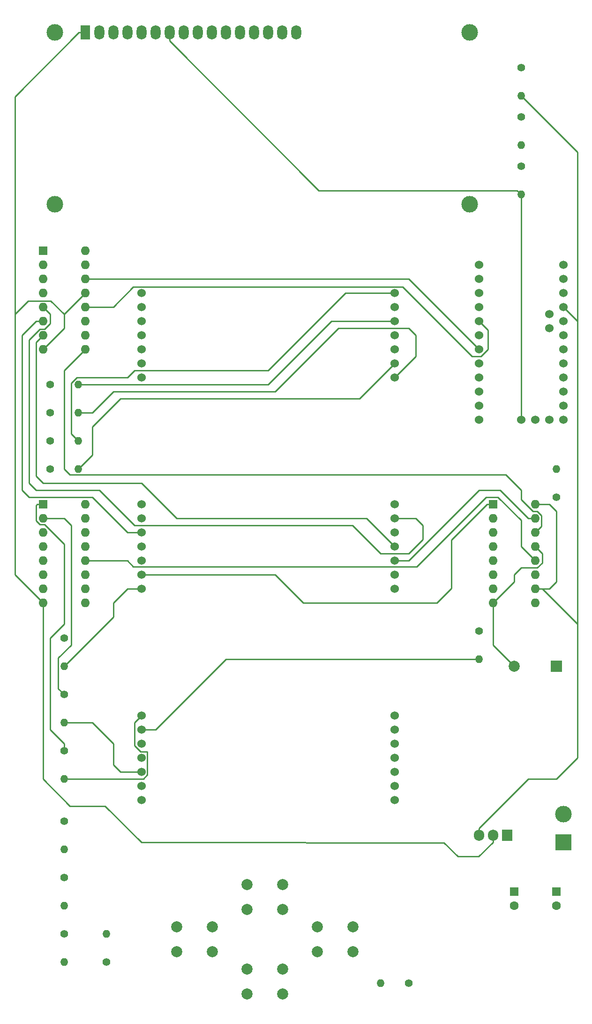
<source format=gbl>
G04 #@! TF.GenerationSoftware,KiCad,Pcbnew,5.1.5-52549c5~84~ubuntu19.10.1*
G04 #@! TF.CreationDate,2020-02-09T00:12:04+01:00*
G04 #@! TF.ProjectId,tetris-board,74657472-6973-42d6-926f-6172642e6b69,rev?*
G04 #@! TF.SameCoordinates,Original*
G04 #@! TF.FileFunction,Copper,L2,Bot*
G04 #@! TF.FilePolarity,Positive*
%FSLAX46Y46*%
G04 Gerber Fmt 4.6, Leading zero omitted, Abs format (unit mm)*
G04 Created by KiCad (PCBNEW 5.1.5-52549c5~84~ubuntu19.10.1) date 2020-02-09 00:12:04*
%MOMM*%
%LPD*%
G04 APERTURE LIST*
%ADD10C,1.524000*%
%ADD11O,1.600000X1.600000*%
%ADD12R,1.600000X1.600000*%
%ADD13C,3.000000*%
%ADD14R,3.000000X3.000000*%
%ADD15O,1.905000X2.000000*%
%ADD16R,1.905000X2.000000*%
%ADD17C,1.600000*%
%ADD18O,1.800000X2.600000*%
%ADD19R,1.800000X2.600000*%
%ADD20C,2.000000*%
%ADD21O,1.400000X1.400000*%
%ADD22C,1.400000*%
%ADD23R,2.000000X2.000000*%
%ADD24C,0.250000*%
G04 APERTURE END LIST*
D10*
X111760000Y-74930000D03*
X111760000Y-77470000D03*
X99060000Y-66040000D03*
X99060000Y-68580000D03*
X99060000Y-71120000D03*
X99060000Y-73660000D03*
X99060000Y-76200000D03*
X99060000Y-78740000D03*
X99060000Y-81280000D03*
X99060000Y-83820000D03*
X99060000Y-86360000D03*
X99060000Y-88900000D03*
X99060000Y-91440000D03*
X99060000Y-93980000D03*
X106680000Y-93980000D03*
X109220000Y-93980000D03*
X111760000Y-93980000D03*
X114300000Y-66040000D03*
X114300000Y-68580000D03*
X114300000Y-71120000D03*
X114300000Y-73660000D03*
X114300000Y-76200000D03*
X114300000Y-78740000D03*
X114300000Y-81280000D03*
X114300000Y-83820000D03*
X114300000Y-86360000D03*
X114300000Y-88900000D03*
X114300000Y-91440000D03*
X114300000Y-93980000D03*
X83820000Y-162560000D03*
X83820000Y-160020000D03*
X83820000Y-157480000D03*
X83820000Y-154940000D03*
X83820000Y-152400000D03*
X83820000Y-149860000D03*
X83820000Y-147320000D03*
X38100000Y-162560000D03*
X38100000Y-160020000D03*
X38100000Y-157480000D03*
X38100000Y-154940000D03*
X38100000Y-152400000D03*
X38100000Y-149860000D03*
X38100000Y-147320000D03*
X83820000Y-124460000D03*
X83820000Y-121920000D03*
X83820000Y-119380000D03*
X83820000Y-116840000D03*
X83820000Y-114300000D03*
X83820000Y-111760000D03*
X83820000Y-109220000D03*
X38100000Y-124460000D03*
X38100000Y-121920000D03*
X38100000Y-119380000D03*
X38100000Y-116840000D03*
X38100000Y-114300000D03*
X38100000Y-111760000D03*
X38100000Y-109220000D03*
D11*
X27940000Y-63500000D03*
X20320000Y-81280000D03*
X27940000Y-66040000D03*
X20320000Y-78740000D03*
X27940000Y-68580000D03*
X20320000Y-76200000D03*
X27940000Y-71120000D03*
X20320000Y-73660000D03*
X27940000Y-73660000D03*
X20320000Y-71120000D03*
X27940000Y-76200000D03*
X20320000Y-68580000D03*
X27940000Y-78740000D03*
X20320000Y-66040000D03*
X27940000Y-81280000D03*
D12*
X20320000Y-63500000D03*
D10*
X83820000Y-86360000D03*
X83820000Y-83820000D03*
X83820000Y-81280000D03*
X83820000Y-78740000D03*
X83820000Y-76200000D03*
X83820000Y-73660000D03*
X83820000Y-71120000D03*
X38100000Y-86360000D03*
X38100000Y-83820000D03*
X38100000Y-81280000D03*
X38100000Y-78740000D03*
X38100000Y-76200000D03*
X38100000Y-73660000D03*
X38100000Y-71120000D03*
D11*
X27940000Y-109220000D03*
X20320000Y-127000000D03*
X27940000Y-111760000D03*
X20320000Y-124460000D03*
X27940000Y-114300000D03*
X20320000Y-121920000D03*
X27940000Y-116840000D03*
X20320000Y-119380000D03*
X27940000Y-119380000D03*
X20320000Y-116840000D03*
X27940000Y-121920000D03*
X20320000Y-114300000D03*
X27940000Y-124460000D03*
X20320000Y-111760000D03*
X27940000Y-127000000D03*
D12*
X20320000Y-109220000D03*
D13*
X114300000Y-165100000D03*
D14*
X114300000Y-170180000D03*
D15*
X99060000Y-168910000D03*
X101600000Y-168910000D03*
D16*
X104140000Y-168910000D03*
D17*
X113030000Y-181570000D03*
D12*
X113030000Y-179070000D03*
D17*
X105410000Y-181570000D03*
D12*
X105410000Y-179070000D03*
D13*
X97440000Y-24130000D03*
X97439480Y-55130700D03*
X22440900Y-55130700D03*
X22440900Y-24130000D03*
D18*
X66040000Y-24130000D03*
X63500000Y-24130000D03*
X60960000Y-24130000D03*
X58420000Y-24130000D03*
X55880000Y-24130000D03*
X53340000Y-24130000D03*
X50800000Y-24130000D03*
X48260000Y-24130000D03*
X45720000Y-24130000D03*
X43180000Y-24130000D03*
X40640000Y-24130000D03*
X38100000Y-24130000D03*
X35560000Y-24130000D03*
X33020000Y-24130000D03*
X30480000Y-24130000D03*
D19*
X27940000Y-24130000D03*
D20*
X76350000Y-185420000D03*
X76350000Y-189920000D03*
X69850000Y-185420000D03*
X69850000Y-189920000D03*
X63650000Y-193040000D03*
X63650000Y-197540000D03*
X57150000Y-193040000D03*
X57150000Y-197540000D03*
X63650000Y-177800000D03*
X63650000Y-182300000D03*
X57150000Y-177800000D03*
X57150000Y-182300000D03*
X50950000Y-185420000D03*
X50950000Y-189920000D03*
X44450000Y-185420000D03*
X44450000Y-189920000D03*
D21*
X113030000Y-102870000D03*
D22*
X113030000Y-107950000D03*
D21*
X106680000Y-35560000D03*
D22*
X106680000Y-30480000D03*
D21*
X106680000Y-44450000D03*
D22*
X106680000Y-39370000D03*
D21*
X106680000Y-53340000D03*
D22*
X106680000Y-48260000D03*
D21*
X81280000Y-195580000D03*
D22*
X86360000Y-195580000D03*
D21*
X31750000Y-186690000D03*
D22*
X31750000Y-191770000D03*
D21*
X24130000Y-191770000D03*
D22*
X24130000Y-186690000D03*
D21*
X24130000Y-181610000D03*
D22*
X24130000Y-176530000D03*
D21*
X24130000Y-171450000D03*
D22*
X24130000Y-166370000D03*
D20*
X105430000Y-138430000D03*
D23*
X113030000Y-138430000D03*
D21*
X26670000Y-102870000D03*
D22*
X21590000Y-102870000D03*
D21*
X26670000Y-97790000D03*
D22*
X21590000Y-97790000D03*
D21*
X26670000Y-92710000D03*
D22*
X21590000Y-92710000D03*
D21*
X26670000Y-87630000D03*
D22*
X21590000Y-87630000D03*
D21*
X24130000Y-138430000D03*
D22*
X24130000Y-133350000D03*
D21*
X99060000Y-137160000D03*
D22*
X99060000Y-132080000D03*
D21*
X24130000Y-158750000D03*
D22*
X24130000Y-153670000D03*
D21*
X24130000Y-148590000D03*
D22*
X24130000Y-143510000D03*
D11*
X109220000Y-109220000D03*
X101600000Y-127000000D03*
X109220000Y-111760000D03*
X101600000Y-124460000D03*
X109220000Y-114300000D03*
X101600000Y-121920000D03*
X109220000Y-116840000D03*
X101600000Y-119380000D03*
X109220000Y-119380000D03*
X101600000Y-116840000D03*
X109220000Y-121920000D03*
X101600000Y-114300000D03*
X109220000Y-124460000D03*
X101600000Y-111760000D03*
X109220000Y-127000000D03*
D12*
X101600000Y-109220000D03*
D24*
X83820000Y-119380000D02*
X86360000Y-119380000D01*
X86360000Y-119380000D02*
X99060000Y-106680000D01*
X99060000Y-106680000D02*
X102870000Y-106680000D01*
X107950000Y-111760000D02*
X109220000Y-111760000D01*
X102870000Y-106680000D02*
X107950000Y-111760000D01*
X78740000Y-111760000D02*
X83820000Y-116840000D01*
X19050000Y-80010000D02*
X19050000Y-104140000D01*
X19050000Y-104140000D02*
X20320000Y-105410000D01*
X20320000Y-78740000D02*
X19050000Y-80010000D01*
X44450000Y-111760000D02*
X78740000Y-111760000D01*
X20320000Y-105410000D02*
X38100000Y-105410000D01*
X38100000Y-105410000D02*
X44450000Y-111760000D01*
X88900000Y-113030000D02*
X87630000Y-111760000D01*
X88900000Y-115570000D02*
X88900000Y-113030000D01*
X19779999Y-77614999D02*
X17780000Y-79614998D01*
X20570003Y-77614999D02*
X19779999Y-77614999D01*
X21590000Y-76595002D02*
X20570003Y-77614999D01*
X81280000Y-118110000D02*
X86360000Y-118110000D01*
X19050000Y-106680000D02*
X30480000Y-106680000D01*
X20320000Y-73660000D02*
X21590000Y-74930000D01*
X17780000Y-105410000D02*
X19050000Y-106680000D01*
X17780000Y-79614998D02*
X17780000Y-105410000D01*
X86360000Y-118110000D02*
X88900000Y-115570000D01*
X76200000Y-113030000D02*
X81280000Y-118110000D01*
X21590000Y-74930000D02*
X21590000Y-76595002D01*
X30480000Y-106680000D02*
X36830000Y-113030000D01*
X87630000Y-111760000D02*
X83820000Y-111760000D01*
X36830000Y-113030000D02*
X76200000Y-113030000D01*
X100550000Y-109220000D02*
X101600000Y-109220000D01*
X38100000Y-121920000D02*
X62230000Y-121920000D01*
X67310000Y-127000000D02*
X91440000Y-127000000D01*
X62230000Y-121920000D02*
X67310000Y-127000000D01*
X94090000Y-115680000D02*
X100550000Y-109220000D01*
X91440000Y-127000000D02*
X94090000Y-124350000D01*
X94090000Y-124350000D02*
X94090000Y-115680000D01*
X29210000Y-107950000D02*
X35560000Y-114300000D01*
X20320000Y-76200000D02*
X19050000Y-76200000D01*
X16510000Y-78740000D02*
X16510000Y-106680000D01*
X16510000Y-106680000D02*
X17780000Y-107950000D01*
X35560000Y-114300000D02*
X38100000Y-114300000D01*
X19050000Y-76200000D02*
X16510000Y-78740000D01*
X17780000Y-107950000D02*
X29210000Y-107950000D01*
X27940000Y-81280000D02*
X24130000Y-85090000D01*
X24130000Y-85090000D02*
X24130000Y-102870000D01*
X25155001Y-103895001D02*
X103895001Y-103895001D01*
X24130000Y-102870000D02*
X25155001Y-103895001D01*
X106680000Y-108345002D02*
X108824998Y-110490000D01*
X103895001Y-103895001D02*
X106680000Y-106680000D01*
X106680000Y-106680000D02*
X106680000Y-108345002D01*
X110019999Y-113500001D02*
X109220000Y-114300000D01*
X110345001Y-113174999D02*
X110019999Y-113500001D01*
X110345001Y-111219999D02*
X110345001Y-113174999D01*
X109615002Y-110490000D02*
X110345001Y-111219999D01*
X108824998Y-110490000D02*
X109615002Y-110490000D01*
X24130000Y-148590000D02*
X29210000Y-148590000D01*
X33020000Y-152400000D02*
X33020000Y-156210000D01*
X29210000Y-148590000D02*
X33020000Y-152400000D01*
X34290000Y-157480000D02*
X38100000Y-157480000D01*
X33020000Y-156210000D02*
X34290000Y-157480000D01*
X24130000Y-143510000D02*
X23104999Y-142484999D01*
X25400000Y-134620000D02*
X25400000Y-113030000D01*
X24130000Y-111760000D02*
X20320000Y-111760000D01*
X23104999Y-142484999D02*
X23104999Y-136915001D01*
X23104999Y-136915001D02*
X25400000Y-134620000D01*
X25400000Y-113030000D02*
X24130000Y-111760000D01*
X38438762Y-158750000D02*
X39187001Y-158001761D01*
X24130000Y-158750000D02*
X38438762Y-158750000D01*
X37944237Y-153852999D02*
X36830000Y-152738762D01*
X39187001Y-153852999D02*
X37944237Y-153852999D01*
X39187001Y-158001761D02*
X39187001Y-153852999D01*
X36830000Y-148590000D02*
X38100000Y-147320000D01*
X36830000Y-152738762D02*
X36830000Y-148590000D01*
X24130000Y-152400000D02*
X24130000Y-153670000D01*
X21590000Y-149860000D02*
X24130000Y-152400000D01*
X21590000Y-133350000D02*
X21590000Y-149860000D01*
X24130000Y-116444998D02*
X24130000Y-130810000D01*
X20570003Y-112885001D02*
X24130000Y-116444998D01*
X19270000Y-109220000D02*
X19050000Y-109440000D01*
X19050000Y-109440000D02*
X19050000Y-112155002D01*
X20320000Y-109220000D02*
X19270000Y-109220000D01*
X19050000Y-112155002D02*
X19779999Y-112885001D01*
X24130000Y-130810000D02*
X21590000Y-133350000D01*
X19779999Y-112885001D02*
X20570003Y-112885001D01*
X99060000Y-137160000D02*
X53340000Y-137160000D01*
X40640000Y-149860000D02*
X38100000Y-149860000D01*
X53340000Y-137160000D02*
X40640000Y-149860000D01*
X33020000Y-129540000D02*
X33020000Y-127000000D01*
X24130000Y-138430000D02*
X33020000Y-129540000D01*
X35560000Y-124460000D02*
X38100000Y-124460000D01*
X33020000Y-127000000D02*
X35560000Y-124460000D01*
X72390000Y-76200000D02*
X83820000Y-76200000D01*
X26670000Y-87630000D02*
X60960000Y-87630000D01*
X60960000Y-87630000D02*
X72390000Y-76200000D01*
X26670000Y-92710000D02*
X29210000Y-92710000D01*
X29210000Y-92710000D02*
X33020000Y-88900000D01*
X33020000Y-88900000D02*
X62230000Y-88900000D01*
X62230000Y-88900000D02*
X73660000Y-77470000D01*
X73660000Y-77470000D02*
X86360000Y-77470000D01*
X87630000Y-78740000D02*
X87630000Y-82550000D01*
X87630000Y-82550000D02*
X83820000Y-86360000D01*
X86360000Y-77470000D02*
X87630000Y-78740000D01*
X26670000Y-97790000D02*
X25400000Y-96520000D01*
X25400000Y-87382998D02*
X26422998Y-86360000D01*
X25400000Y-96520000D02*
X25400000Y-87382998D01*
X26422998Y-86360000D02*
X35560000Y-86360000D01*
X35560000Y-86360000D02*
X36830000Y-85090000D01*
X36830000Y-85090000D02*
X60960000Y-85090000D01*
X74930000Y-71120000D02*
X83820000Y-71120000D01*
X60960000Y-85090000D02*
X74930000Y-71120000D01*
X26670000Y-102870000D02*
X29210000Y-100330000D01*
X29210000Y-100330000D02*
X29210000Y-95250000D01*
X29210000Y-95250000D02*
X34290000Y-90170000D01*
X77470000Y-90170000D02*
X83820000Y-83820000D01*
X34290000Y-90170000D02*
X77470000Y-90170000D01*
X114300000Y-73660000D02*
X116840000Y-76200000D01*
X116840000Y-102870000D02*
X116840000Y-116840000D01*
X116840000Y-154940000D02*
X113030000Y-158750000D01*
X107970000Y-158750000D02*
X99060000Y-167660000D01*
X99060000Y-167660000D02*
X99060000Y-168910000D01*
X113030000Y-158750000D02*
X107970000Y-158750000D01*
X106680000Y-35560000D02*
X116840000Y-45720000D01*
X116840000Y-45720000D02*
X116840000Y-78740000D01*
X116840000Y-76200000D02*
X116840000Y-78740000D01*
X116840000Y-78740000D02*
X116840000Y-102870000D01*
X113030000Y-123190000D02*
X111760000Y-124460000D01*
X111760000Y-124460000D02*
X109220000Y-124460000D01*
X113030000Y-110490000D02*
X113030000Y-123190000D01*
X109220000Y-109220000D02*
X111760000Y-109220000D01*
X111760000Y-109220000D02*
X113030000Y-110490000D01*
X109220000Y-124460000D02*
X110490000Y-124460000D01*
X116840000Y-116840000D02*
X116840000Y-130810000D01*
X110490000Y-124460000D02*
X116840000Y-130810000D01*
X116840000Y-130810000D02*
X116840000Y-154940000D01*
X86360000Y-68580000D02*
X99060000Y-81280000D01*
X27940000Y-68580000D02*
X86360000Y-68580000D01*
X100668762Y-77808762D02*
X99060000Y-76200000D01*
X99398762Y-82550000D02*
X100668762Y-81280000D01*
X33020000Y-73660000D02*
X36647001Y-70032999D01*
X27940000Y-73660000D02*
X33020000Y-73660000D01*
X36647001Y-70032999D02*
X85272999Y-70032999D01*
X85272999Y-70032999D02*
X97790000Y-82550000D01*
X100668762Y-81280000D02*
X100668762Y-77808762D01*
X97790000Y-82550000D02*
X99398762Y-82550000D01*
X106680000Y-112114998D02*
X106680000Y-116840000D01*
X102515002Y-107950000D02*
X106680000Y-112114998D01*
X35560000Y-119380000D02*
X36647001Y-120467001D01*
X106680000Y-116840000D02*
X109220000Y-119380000D01*
X87812999Y-120467001D02*
X100330000Y-107950000D01*
X27940000Y-119380000D02*
X35560000Y-119380000D01*
X36647001Y-120467001D02*
X87812999Y-120467001D01*
X100330000Y-107950000D02*
X102515002Y-107950000D01*
X20320000Y-81280000D02*
X24130000Y-77470000D01*
X24130000Y-74930000D02*
X27940000Y-71120000D01*
X24130000Y-77470000D02*
X24130000Y-74930000D01*
X21734999Y-72534999D02*
X17635001Y-72534999D01*
X24130000Y-74930000D02*
X21734999Y-72534999D01*
X17635001Y-72534999D02*
X15240000Y-74930000D01*
X15240000Y-121920000D02*
X20320000Y-127000000D01*
X15240000Y-74930000D02*
X15240000Y-121920000D01*
X101600000Y-170160000D02*
X101600000Y-168910000D01*
X99040000Y-172720000D02*
X101600000Y-170160000D01*
X92765010Y-170235010D02*
X95250000Y-172720000D01*
X95250000Y-172720000D02*
X99040000Y-172720000D01*
X31567001Y-163647001D02*
X38100000Y-170180000D01*
X43180000Y-170180000D02*
X92765010Y-170235010D01*
X38100000Y-170180000D02*
X43180000Y-170180000D01*
X25217001Y-163647001D02*
X20320000Y-158750000D01*
X20320000Y-127000000D02*
X20320000Y-158750000D01*
X25217001Y-163647001D02*
X31567001Y-163647001D01*
X26790000Y-24130000D02*
X27940000Y-24130000D01*
X15240000Y-35680000D02*
X26790000Y-24130000D01*
X15240000Y-74930000D02*
X15240000Y-35680000D01*
X105980001Y-52640001D02*
X106680000Y-53340000D01*
X43180000Y-25680000D02*
X70140001Y-52640001D01*
X70140001Y-52640001D02*
X105980001Y-52640001D01*
X43180000Y-24130000D02*
X43180000Y-25680000D01*
X106680000Y-53340000D02*
X106680000Y-93980000D01*
X101600000Y-134600000D02*
X105430000Y-138430000D01*
X101600000Y-127000000D02*
X101600000Y-134600000D01*
X105410000Y-123190000D02*
X101600000Y-127000000D01*
X105410000Y-121920000D02*
X105410000Y-123190000D01*
X109220000Y-116840000D02*
X110490000Y-118110000D01*
X110490000Y-118110000D02*
X110490000Y-119775002D01*
X110490000Y-119775002D02*
X109615002Y-120650000D01*
X109615002Y-120650000D02*
X106680000Y-120650000D01*
X106680000Y-120650000D02*
X105410000Y-121920000D01*
M02*

</source>
